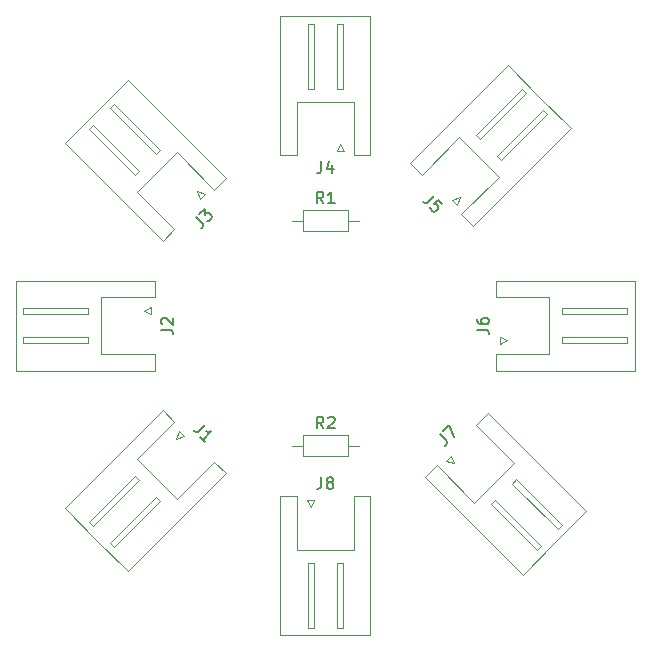
<source format=gbr>
G04 #@! TF.GenerationSoftware,KiCad,Pcbnew,7.0.2*
G04 #@! TF.CreationDate,2023-07-27T23:19:17+09:00*
G04 #@! TF.ProjectId,can_bus,63616e5f-6275-4732-9e6b-696361645f70,rev?*
G04 #@! TF.SameCoordinates,Original*
G04 #@! TF.FileFunction,Legend,Top*
G04 #@! TF.FilePolarity,Positive*
%FSLAX46Y46*%
G04 Gerber Fmt 4.6, Leading zero omitted, Abs format (unit mm)*
G04 Created by KiCad (PCBNEW 7.0.2) date 2023-07-27 23:19:17*
%MOMM*%
%LPD*%
G01*
G04 APERTURE LIST*
%ADD10C,0.150000*%
%ADD11C,0.120000*%
G04 APERTURE END LIST*
D10*
X136709921Y-75236959D02*
X137214998Y-75742035D01*
X137214998Y-75742035D02*
X137282341Y-75876722D01*
X137282341Y-75876722D02*
X137282341Y-76011409D01*
X137282341Y-76011409D02*
X137214998Y-76146096D01*
X137214998Y-76146096D02*
X137147654Y-76213440D01*
X136979296Y-74967585D02*
X137450700Y-74496180D01*
X137450700Y-74496180D02*
X137854761Y-75506333D01*
X126666666Y-52132619D02*
X126666666Y-52846904D01*
X126666666Y-52846904D02*
X126619047Y-52989761D01*
X126619047Y-52989761D02*
X126523809Y-53085000D01*
X126523809Y-53085000D02*
X126380952Y-53132619D01*
X126380952Y-53132619D02*
X126285714Y-53132619D01*
X127571428Y-52465952D02*
X127571428Y-53132619D01*
X127333333Y-52085000D02*
X127095238Y-52799285D01*
X127095238Y-52799285D02*
X127714285Y-52799285D01*
X136199926Y-55098701D02*
X135694850Y-55603778D01*
X135694850Y-55603778D02*
X135560163Y-55671121D01*
X135560163Y-55671121D02*
X135425476Y-55671121D01*
X135425476Y-55671121D02*
X135290789Y-55603778D01*
X135290789Y-55603778D02*
X135223445Y-55536434D01*
X136873361Y-55772137D02*
X136536644Y-55435419D01*
X136536644Y-55435419D02*
X136166254Y-55738465D01*
X136166254Y-55738465D02*
X136233598Y-55738465D01*
X136233598Y-55738465D02*
X136334613Y-55772137D01*
X136334613Y-55772137D02*
X136502972Y-55940495D01*
X136502972Y-55940495D02*
X136536644Y-56041511D01*
X136536644Y-56041511D02*
X136536644Y-56108854D01*
X136536644Y-56108854D02*
X136502972Y-56209869D01*
X136502972Y-56209869D02*
X136334613Y-56378228D01*
X136334613Y-56378228D02*
X136233598Y-56411900D01*
X136233598Y-56411900D02*
X136166254Y-56411900D01*
X136166254Y-56411900D02*
X136065239Y-56378228D01*
X136065239Y-56378228D02*
X135896880Y-56209869D01*
X135896880Y-56209869D02*
X135863209Y-56108854D01*
X135863209Y-56108854D02*
X135863209Y-56041511D01*
X126666666Y-78872619D02*
X126666666Y-79586904D01*
X126666666Y-79586904D02*
X126619047Y-79729761D01*
X126619047Y-79729761D02*
X126523809Y-79825000D01*
X126523809Y-79825000D02*
X126380952Y-79872619D01*
X126380952Y-79872619D02*
X126285714Y-79872619D01*
X127285714Y-79301190D02*
X127190476Y-79253571D01*
X127190476Y-79253571D02*
X127142857Y-79205952D01*
X127142857Y-79205952D02*
X127095238Y-79110714D01*
X127095238Y-79110714D02*
X127095238Y-79063095D01*
X127095238Y-79063095D02*
X127142857Y-78967857D01*
X127142857Y-78967857D02*
X127190476Y-78920238D01*
X127190476Y-78920238D02*
X127285714Y-78872619D01*
X127285714Y-78872619D02*
X127476190Y-78872619D01*
X127476190Y-78872619D02*
X127571428Y-78920238D01*
X127571428Y-78920238D02*
X127619047Y-78967857D01*
X127619047Y-78967857D02*
X127666666Y-79063095D01*
X127666666Y-79063095D02*
X127666666Y-79110714D01*
X127666666Y-79110714D02*
X127619047Y-79205952D01*
X127619047Y-79205952D02*
X127571428Y-79253571D01*
X127571428Y-79253571D02*
X127476190Y-79301190D01*
X127476190Y-79301190D02*
X127285714Y-79301190D01*
X127285714Y-79301190D02*
X127190476Y-79348809D01*
X127190476Y-79348809D02*
X127142857Y-79396428D01*
X127142857Y-79396428D02*
X127095238Y-79491666D01*
X127095238Y-79491666D02*
X127095238Y-79682142D01*
X127095238Y-79682142D02*
X127142857Y-79777380D01*
X127142857Y-79777380D02*
X127190476Y-79825000D01*
X127190476Y-79825000D02*
X127285714Y-79872619D01*
X127285714Y-79872619D02*
X127476190Y-79872619D01*
X127476190Y-79872619D02*
X127571428Y-79825000D01*
X127571428Y-79825000D02*
X127619047Y-79777380D01*
X127619047Y-79777380D02*
X127666666Y-79682142D01*
X127666666Y-79682142D02*
X127666666Y-79491666D01*
X127666666Y-79491666D02*
X127619047Y-79396428D01*
X127619047Y-79396428D02*
X127571428Y-79348809D01*
X127571428Y-79348809D02*
X127476190Y-79301190D01*
X139832619Y-66373333D02*
X140546904Y-66373333D01*
X140546904Y-66373333D02*
X140689761Y-66420952D01*
X140689761Y-66420952D02*
X140785000Y-66516190D01*
X140785000Y-66516190D02*
X140832619Y-66659047D01*
X140832619Y-66659047D02*
X140832619Y-66754285D01*
X139832619Y-65468571D02*
X139832619Y-65659047D01*
X139832619Y-65659047D02*
X139880238Y-65754285D01*
X139880238Y-65754285D02*
X139927857Y-65801904D01*
X139927857Y-65801904D02*
X140070714Y-65897142D01*
X140070714Y-65897142D02*
X140261190Y-65944761D01*
X140261190Y-65944761D02*
X140642142Y-65944761D01*
X140642142Y-65944761D02*
X140737380Y-65897142D01*
X140737380Y-65897142D02*
X140785000Y-65849523D01*
X140785000Y-65849523D02*
X140832619Y-65754285D01*
X140832619Y-65754285D02*
X140832619Y-65563809D01*
X140832619Y-65563809D02*
X140785000Y-65468571D01*
X140785000Y-65468571D02*
X140737380Y-65420952D01*
X140737380Y-65420952D02*
X140642142Y-65373333D01*
X140642142Y-65373333D02*
X140404047Y-65373333D01*
X140404047Y-65373333D02*
X140308809Y-65420952D01*
X140308809Y-65420952D02*
X140261190Y-65468571D01*
X140261190Y-65468571D02*
X140213571Y-65563809D01*
X140213571Y-65563809D02*
X140213571Y-65754285D01*
X140213571Y-65754285D02*
X140261190Y-65849523D01*
X140261190Y-65849523D02*
X140308809Y-65897142D01*
X140308809Y-65897142D02*
X140404047Y-65944761D01*
X126833333Y-74742619D02*
X126500000Y-74266428D01*
X126261905Y-74742619D02*
X126261905Y-73742619D01*
X126261905Y-73742619D02*
X126642857Y-73742619D01*
X126642857Y-73742619D02*
X126738095Y-73790238D01*
X126738095Y-73790238D02*
X126785714Y-73837857D01*
X126785714Y-73837857D02*
X126833333Y-73933095D01*
X126833333Y-73933095D02*
X126833333Y-74075952D01*
X126833333Y-74075952D02*
X126785714Y-74171190D01*
X126785714Y-74171190D02*
X126738095Y-74218809D01*
X126738095Y-74218809D02*
X126642857Y-74266428D01*
X126642857Y-74266428D02*
X126261905Y-74266428D01*
X127214286Y-73837857D02*
X127261905Y-73790238D01*
X127261905Y-73790238D02*
X127357143Y-73742619D01*
X127357143Y-73742619D02*
X127595238Y-73742619D01*
X127595238Y-73742619D02*
X127690476Y-73790238D01*
X127690476Y-73790238D02*
X127738095Y-73837857D01*
X127738095Y-73837857D02*
X127785714Y-73933095D01*
X127785714Y-73933095D02*
X127785714Y-74028333D01*
X127785714Y-74028333D02*
X127738095Y-74171190D01*
X127738095Y-74171190D02*
X127166667Y-74742619D01*
X127166667Y-74742619D02*
X127785714Y-74742619D01*
X126833333Y-55692619D02*
X126500000Y-55216428D01*
X126261905Y-55692619D02*
X126261905Y-54692619D01*
X126261905Y-54692619D02*
X126642857Y-54692619D01*
X126642857Y-54692619D02*
X126738095Y-54740238D01*
X126738095Y-54740238D02*
X126785714Y-54787857D01*
X126785714Y-54787857D02*
X126833333Y-54883095D01*
X126833333Y-54883095D02*
X126833333Y-55025952D01*
X126833333Y-55025952D02*
X126785714Y-55121190D01*
X126785714Y-55121190D02*
X126738095Y-55168809D01*
X126738095Y-55168809D02*
X126642857Y-55216428D01*
X126642857Y-55216428D02*
X126261905Y-55216428D01*
X127785714Y-55692619D02*
X127214286Y-55692619D01*
X127500000Y-55692619D02*
X127500000Y-54692619D01*
X127500000Y-54692619D02*
X127404762Y-54835476D01*
X127404762Y-54835476D02*
X127309524Y-54930714D01*
X127309524Y-54930714D02*
X127214286Y-54978333D01*
X116818640Y-74479921D02*
X116313564Y-74984998D01*
X116313564Y-74984998D02*
X116178877Y-75052341D01*
X116178877Y-75052341D02*
X116044190Y-75052341D01*
X116044190Y-75052341D02*
X115909503Y-74984998D01*
X115909503Y-74984998D02*
X115842159Y-74917654D01*
X116818640Y-75894135D02*
X116414579Y-75490074D01*
X116616610Y-75692105D02*
X117323716Y-74984998D01*
X117323716Y-74984998D02*
X117155358Y-75018670D01*
X117155358Y-75018670D02*
X117020671Y-75018670D01*
X117020671Y-75018670D02*
X116919655Y-74984998D01*
X116058701Y-56840073D02*
X116563778Y-57345149D01*
X116563778Y-57345149D02*
X116631121Y-57479836D01*
X116631121Y-57479836D02*
X116631121Y-57614523D01*
X116631121Y-57614523D02*
X116563778Y-57749210D01*
X116563778Y-57749210D02*
X116496434Y-57816554D01*
X116328076Y-56570699D02*
X116765808Y-56132966D01*
X116765808Y-56132966D02*
X116799480Y-56638042D01*
X116799480Y-56638042D02*
X116900495Y-56537027D01*
X116900495Y-56537027D02*
X117001511Y-56503355D01*
X117001511Y-56503355D02*
X117068854Y-56503355D01*
X117068854Y-56503355D02*
X117169869Y-56537027D01*
X117169869Y-56537027D02*
X117338228Y-56705386D01*
X117338228Y-56705386D02*
X117371900Y-56806401D01*
X117371900Y-56806401D02*
X117371900Y-56873745D01*
X117371900Y-56873745D02*
X117338228Y-56974760D01*
X117338228Y-56974760D02*
X117136198Y-57176790D01*
X117136198Y-57176790D02*
X117035182Y-57210462D01*
X117035182Y-57210462D02*
X116967839Y-57210462D01*
X113092619Y-66373333D02*
X113806904Y-66373333D01*
X113806904Y-66373333D02*
X113949761Y-66420952D01*
X113949761Y-66420952D02*
X114045000Y-66516190D01*
X114045000Y-66516190D02*
X114092619Y-66659047D01*
X114092619Y-66659047D02*
X114092619Y-66754285D01*
X113187857Y-65944761D02*
X113140238Y-65897142D01*
X113140238Y-65897142D02*
X113092619Y-65801904D01*
X113092619Y-65801904D02*
X113092619Y-65563809D01*
X113092619Y-65563809D02*
X113140238Y-65468571D01*
X113140238Y-65468571D02*
X113187857Y-65420952D01*
X113187857Y-65420952D02*
X113283095Y-65373333D01*
X113283095Y-65373333D02*
X113378333Y-65373333D01*
X113378333Y-65373333D02*
X113521190Y-65420952D01*
X113521190Y-65420952D02*
X114092619Y-65992380D01*
X114092619Y-65992380D02*
X114092619Y-65373333D01*
D11*
X135402279Y-78846066D02*
X136406371Y-77841974D01*
X143689571Y-87133357D02*
X135402279Y-78846066D01*
X136406371Y-77841974D02*
X139588351Y-81023955D01*
X139588351Y-81023955D02*
X141278337Y-79333970D01*
X137219544Y-77467208D02*
X137643808Y-77042944D01*
X141002565Y-81179518D02*
X144891652Y-85068606D01*
X144891652Y-85068606D02*
X145245206Y-84715052D01*
X137855940Y-77679340D02*
X137219544Y-77467208D01*
X141356118Y-80825965D02*
X141002565Y-81179518D01*
X145245206Y-84715052D02*
X141356118Y-80825965D01*
X137643808Y-77042944D02*
X137855940Y-77679340D01*
X146383648Y-84439281D02*
X143689571Y-87133357D01*
X146383648Y-84439281D02*
X149077724Y-81745204D01*
X142770332Y-79411751D02*
X146659419Y-83300839D01*
X146659419Y-83300839D02*
X147012973Y-82947285D01*
X143123885Y-79058198D02*
X142770332Y-79411751D01*
X147012973Y-82947285D02*
X143123885Y-79058198D01*
X139786341Y-74462004D02*
X142968322Y-77643984D01*
X142968322Y-77643984D02*
X141278337Y-79333970D01*
X140790433Y-73457912D02*
X139786341Y-74462004D01*
X149077724Y-81745204D02*
X140790433Y-73457912D01*
X130810000Y-51580000D02*
X129390000Y-51580000D01*
X130810000Y-39860000D02*
X130810000Y-51580000D01*
X129390000Y-51580000D02*
X129390000Y-47080000D01*
X129390000Y-47080000D02*
X127000000Y-47080000D01*
X128550000Y-51270000D02*
X127950000Y-51270000D01*
X128500000Y-45970000D02*
X128500000Y-40470000D01*
X128500000Y-40470000D02*
X128000000Y-40470000D01*
X128250000Y-50670000D02*
X128550000Y-51270000D01*
X128000000Y-45970000D02*
X128500000Y-45970000D01*
X128000000Y-40470000D02*
X128000000Y-45970000D01*
X127950000Y-51270000D02*
X128250000Y-50670000D01*
X127000000Y-39860000D02*
X130810000Y-39860000D01*
X127000000Y-39860000D02*
X123190000Y-39860000D01*
X126000000Y-45970000D02*
X126000000Y-40470000D01*
X126000000Y-40470000D02*
X125500000Y-40470000D01*
X125500000Y-45970000D02*
X126000000Y-45970000D01*
X125500000Y-40470000D02*
X125500000Y-45970000D01*
X124610000Y-51580000D02*
X124610000Y-47080000D01*
X124610000Y-47080000D02*
X127000000Y-47080000D01*
X123190000Y-51580000D02*
X124610000Y-51580000D01*
X123190000Y-39860000D02*
X123190000Y-51580000D01*
X139520466Y-57637721D02*
X138516374Y-56633629D01*
X147807757Y-49350429D02*
X139520466Y-57637721D01*
X138516374Y-56633629D02*
X141698355Y-53451649D01*
X141698355Y-53451649D02*
X140008370Y-51761663D01*
X138141608Y-55820456D02*
X137717344Y-55396192D01*
X141853918Y-52037435D02*
X145743006Y-48148348D01*
X145743006Y-48148348D02*
X145389452Y-47794794D01*
X138353740Y-55184060D02*
X138141608Y-55820456D01*
X141500365Y-51683882D02*
X141853918Y-52037435D01*
X145389452Y-47794794D02*
X141500365Y-51683882D01*
X137717344Y-55396192D02*
X138353740Y-55184060D01*
X145113681Y-46656352D02*
X147807757Y-49350429D01*
X145113681Y-46656352D02*
X142419604Y-43962276D01*
X140086151Y-50269668D02*
X143975239Y-46380581D01*
X143975239Y-46380581D02*
X143621685Y-46027027D01*
X139732598Y-49916115D02*
X140086151Y-50269668D01*
X143621685Y-46027027D02*
X139732598Y-49916115D01*
X135136404Y-53253659D02*
X138318384Y-50071678D01*
X138318384Y-50071678D02*
X140008370Y-51761663D01*
X134132312Y-52249567D02*
X135136404Y-53253659D01*
X142419604Y-43962276D02*
X134132312Y-52249567D01*
X123190000Y-80500000D02*
X124610000Y-80500000D01*
X123190000Y-92220000D02*
X123190000Y-80500000D01*
X124610000Y-80500000D02*
X124610000Y-85000000D01*
X124610000Y-85000000D02*
X127000000Y-85000000D01*
X125450000Y-80810000D02*
X126050000Y-80810000D01*
X125500000Y-86110000D02*
X125500000Y-91610000D01*
X125500000Y-91610000D02*
X126000000Y-91610000D01*
X125750000Y-81410000D02*
X125450000Y-80810000D01*
X126000000Y-86110000D02*
X125500000Y-86110000D01*
X126000000Y-91610000D02*
X126000000Y-86110000D01*
X126050000Y-80810000D02*
X125750000Y-81410000D01*
X127000000Y-92220000D02*
X123190000Y-92220000D01*
X127000000Y-92220000D02*
X130810000Y-92220000D01*
X128000000Y-86110000D02*
X128000000Y-91610000D01*
X128000000Y-91610000D02*
X128500000Y-91610000D01*
X128500000Y-86110000D02*
X128000000Y-86110000D01*
X128500000Y-91610000D02*
X128500000Y-86110000D01*
X129390000Y-80500000D02*
X129390000Y-85000000D01*
X129390000Y-85000000D02*
X127000000Y-85000000D01*
X130810000Y-80500000D02*
X129390000Y-80500000D01*
X130810000Y-92220000D02*
X130810000Y-80500000D01*
X141460000Y-69850000D02*
X141460000Y-68430000D01*
X153180000Y-69850000D02*
X141460000Y-69850000D01*
X141460000Y-68430000D02*
X145960000Y-68430000D01*
X145960000Y-68430000D02*
X145960000Y-66040000D01*
X141770000Y-67590000D02*
X141770000Y-66990000D01*
X147070000Y-67540000D02*
X152570000Y-67540000D01*
X152570000Y-67540000D02*
X152570000Y-67040000D01*
X142370000Y-67290000D02*
X141770000Y-67590000D01*
X147070000Y-67040000D02*
X147070000Y-67540000D01*
X152570000Y-67040000D02*
X147070000Y-67040000D01*
X141770000Y-66990000D02*
X142370000Y-67290000D01*
X153180000Y-66040000D02*
X153180000Y-69850000D01*
X153180000Y-66040000D02*
X153180000Y-62230000D01*
X147070000Y-65040000D02*
X152570000Y-65040000D01*
X152570000Y-65040000D02*
X152570000Y-64540000D01*
X147070000Y-64540000D02*
X147070000Y-65040000D01*
X152570000Y-64540000D02*
X147070000Y-64540000D01*
X141460000Y-63650000D02*
X145960000Y-63650000D01*
X145960000Y-63650000D02*
X145960000Y-66040000D01*
X141460000Y-62230000D02*
X141460000Y-63650000D01*
X153180000Y-62230000D02*
X141460000Y-62230000D01*
X124130000Y-76200000D02*
X125080000Y-76200000D01*
X125080000Y-75280000D02*
X125080000Y-77120000D01*
X125080000Y-77120000D02*
X128920000Y-77120000D01*
X128920000Y-75280000D02*
X125080000Y-75280000D01*
X128920000Y-77120000D02*
X128920000Y-75280000D01*
X129870000Y-76200000D02*
X128920000Y-76200000D01*
X124130000Y-57150000D02*
X125080000Y-57150000D01*
X125080000Y-56230000D02*
X125080000Y-58070000D01*
X125080000Y-58070000D02*
X128920000Y-58070000D01*
X128920000Y-56230000D02*
X125080000Y-56230000D01*
X128920000Y-58070000D02*
X128920000Y-56230000D01*
X129870000Y-57150000D02*
X128920000Y-57150000D01*
X113209534Y-73172279D02*
X114213626Y-74176371D01*
X104922243Y-81459571D02*
X113209534Y-73172279D01*
X114213626Y-74176371D02*
X111031645Y-77358351D01*
X111031645Y-77358351D02*
X112721630Y-79048337D01*
X114588392Y-74989544D02*
X115012656Y-75413808D01*
X110876082Y-78772565D02*
X106986994Y-82661652D01*
X106986994Y-82661652D02*
X107340548Y-83015206D01*
X114376260Y-75625940D02*
X114588392Y-74989544D01*
X111229635Y-79126118D02*
X110876082Y-78772565D01*
X107340548Y-83015206D02*
X111229635Y-79126118D01*
X115012656Y-75413808D02*
X114376260Y-75625940D01*
X107616319Y-84153648D02*
X104922243Y-81459571D01*
X107616319Y-84153648D02*
X110310396Y-86847724D01*
X112643849Y-80540332D02*
X108754761Y-84429419D01*
X108754761Y-84429419D02*
X109108315Y-84782973D01*
X112997402Y-80893885D02*
X112643849Y-80540332D01*
X109108315Y-84782973D02*
X112997402Y-80893885D01*
X117593596Y-77556341D02*
X114411616Y-80738322D01*
X114411616Y-80738322D02*
X112721630Y-79048337D01*
X118597688Y-78560433D02*
X117593596Y-77556341D01*
X110310396Y-86847724D02*
X118597688Y-78560433D01*
X118597721Y-53519534D02*
X117593629Y-54523626D01*
X110310429Y-45232243D02*
X118597721Y-53519534D01*
X117593629Y-54523626D02*
X114411649Y-51341645D01*
X114411649Y-51341645D02*
X112721663Y-53031630D01*
X116780456Y-54898392D02*
X116356192Y-55322656D01*
X112997435Y-51186082D02*
X109108348Y-47296994D01*
X109108348Y-47296994D02*
X108754794Y-47650548D01*
X116144060Y-54686260D02*
X116780456Y-54898392D01*
X112643882Y-51539635D02*
X112997435Y-51186082D01*
X108754794Y-47650548D02*
X112643882Y-51539635D01*
X116356192Y-55322656D02*
X116144060Y-54686260D01*
X107616352Y-47926319D02*
X110310429Y-45232243D01*
X107616352Y-47926319D02*
X104922276Y-50620396D01*
X111229668Y-52953849D02*
X107340581Y-49064761D01*
X107340581Y-49064761D02*
X106987027Y-49418315D01*
X110876115Y-53307402D02*
X111229668Y-52953849D01*
X106987027Y-49418315D02*
X110876115Y-53307402D01*
X114213659Y-57903596D02*
X111031678Y-54721616D01*
X111031678Y-54721616D02*
X112721663Y-53031630D01*
X113209567Y-58907688D02*
X114213659Y-57903596D01*
X104922276Y-50620396D02*
X113209567Y-58907688D01*
X112540000Y-62230000D02*
X112540000Y-63650000D01*
X100820000Y-62230000D02*
X112540000Y-62230000D01*
X112540000Y-63650000D02*
X108040000Y-63650000D01*
X108040000Y-63650000D02*
X108040000Y-66040000D01*
X112230000Y-64490000D02*
X112230000Y-65090000D01*
X106930000Y-64540000D02*
X101430000Y-64540000D01*
X101430000Y-64540000D02*
X101430000Y-65040000D01*
X111630000Y-64790000D02*
X112230000Y-64490000D01*
X106930000Y-65040000D02*
X106930000Y-64540000D01*
X101430000Y-65040000D02*
X106930000Y-65040000D01*
X112230000Y-65090000D02*
X111630000Y-64790000D01*
X100820000Y-66040000D02*
X100820000Y-62230000D01*
X100820000Y-66040000D02*
X100820000Y-69850000D01*
X106930000Y-67040000D02*
X101430000Y-67040000D01*
X101430000Y-67040000D02*
X101430000Y-67540000D01*
X106930000Y-67540000D02*
X106930000Y-67040000D01*
X101430000Y-67540000D02*
X106930000Y-67540000D01*
X112540000Y-68430000D02*
X108040000Y-68430000D01*
X108040000Y-68430000D02*
X108040000Y-66040000D01*
X112540000Y-69850000D02*
X112540000Y-68430000D01*
X100820000Y-69850000D02*
X112540000Y-69850000D01*
M02*

</source>
